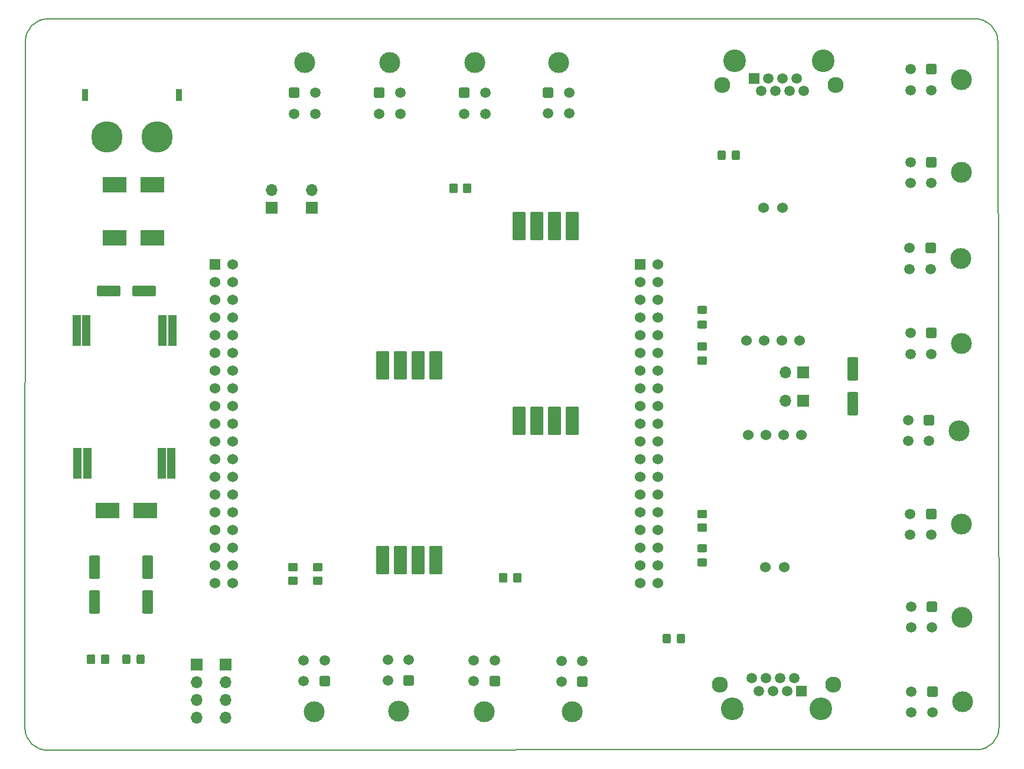
<source format=gts>
G04 #@! TF.GenerationSoftware,KiCad,Pcbnew,6.0.2-378541a8eb~116~ubuntu18.04.1*
G04 #@! TF.CreationDate,2022-02-21T15:29:05+08:00*
G04 #@! TF.ProjectId,Nucleo_F446_power_can_shield,4e75636c-656f-45f4-9634-34365f706f77,rev?*
G04 #@! TF.SameCoordinates,Original*
G04 #@! TF.FileFunction,Soldermask,Top*
G04 #@! TF.FilePolarity,Negative*
%FSLAX46Y46*%
G04 Gerber Fmt 4.6, Leading zero omitted, Abs format (unit mm)*
G04 Created by KiCad (PCBNEW 6.0.2-378541a8eb~116~ubuntu18.04.1) date 2022-02-21 15:29:05*
%MOMM*%
%LPD*%
G01*
G04 APERTURE LIST*
G04 Aperture macros list*
%AMRoundRect*
0 Rectangle with rounded corners*
0 $1 Rounding radius*
0 $2 $3 $4 $5 $6 $7 $8 $9 X,Y pos of 4 corners*
0 Add a 4 corners polygon primitive as box body*
4,1,4,$2,$3,$4,$5,$6,$7,$8,$9,$2,$3,0*
0 Add four circle primitives for the rounded corners*
1,1,$1+$1,$2,$3*
1,1,$1+$1,$4,$5*
1,1,$1+$1,$6,$7*
1,1,$1+$1,$8,$9*
0 Add four rect primitives between the rounded corners*
20,1,$1+$1,$2,$3,$4,$5,0*
20,1,$1+$1,$4,$5,$6,$7,0*
20,1,$1+$1,$6,$7,$8,$9,0*
20,1,$1+$1,$8,$9,$2,$3,0*%
G04 Aperture macros list end*
G04 #@! TA.AperFunction,Profile*
%ADD10C,0.150000*%
G04 #@! TD*
%ADD11R,3.500000X2.300000*%
%ADD12R,1.700000X1.700000*%
%ADD13O,1.700000X1.700000*%
%ADD14C,1.524000*%
%ADD15RoundRect,0.250000X0.450000X-0.325000X0.450000X0.325000X-0.450000X0.325000X-0.450000X-0.325000X0*%
%ADD16C,3.000000*%
%ADD17RoundRect,0.250001X-0.499999X0.499999X-0.499999X-0.499999X0.499999X-0.499999X0.499999X0.499999X0*%
%ADD18C,1.500000*%
%ADD19RoundRect,0.250001X0.499999X0.499999X-0.499999X0.499999X-0.499999X-0.499999X0.499999X-0.499999X0*%
%ADD20RoundRect,0.250000X-0.350000X-0.450000X0.350000X-0.450000X0.350000X0.450000X-0.350000X0.450000X0*%
%ADD21RoundRect,0.250000X-0.550000X1.412500X-0.550000X-1.412500X0.550000X-1.412500X0.550000X1.412500X0*%
%ADD22C,3.250000*%
%ADD23R,1.500000X1.500000*%
%ADD24C,2.300000*%
%ADD25RoundRect,0.250001X-0.499999X-0.499999X0.499999X-0.499999X0.499999X0.499999X-0.499999X0.499999X0*%
%ADD26RoundRect,0.050000X0.840000X-1.950000X0.840000X1.950000X-0.840000X1.950000X-0.840000X-1.950000X0*%
%ADD27RoundRect,0.250000X-1.412500X-0.550000X1.412500X-0.550000X1.412500X0.550000X-1.412500X0.550000X0*%
%ADD28RoundRect,0.250000X-0.450000X0.350000X-0.450000X-0.350000X0.450000X-0.350000X0.450000X0.350000X0*%
%ADD29R,1.308000X4.500000*%
%ADD30RoundRect,0.250000X0.325000X0.450000X-0.325000X0.450000X-0.325000X-0.450000X0.325000X-0.450000X0*%
%ADD31RoundRect,0.250000X0.450000X-0.350000X0.450000X0.350000X-0.450000X0.350000X-0.450000X-0.350000X0*%
%ADD32RoundRect,0.250000X-0.450000X0.325000X-0.450000X-0.325000X0.450000X-0.325000X0.450000X0.325000X0*%
%ADD33R,1.530000X1.530000*%
%ADD34C,1.530000*%
%ADD35R,0.900000X1.800000*%
%ADD36C,4.500000*%
%ADD37RoundRect,0.050000X-0.840000X1.950000X-0.840000X-1.950000X0.840000X-1.950000X0.840000X1.950000X0*%
G04 APERTURE END LIST*
D10*
X130176375Y-116702149D02*
G75*
G03*
X133454600Y-119877149I3176626J1D01*
G01*
X266656149Y-119823625D02*
G75*
G03*
X269831149Y-116545400I-1J3176626D01*
G01*
X266372400Y-14971000D02*
X133429000Y-14969375D01*
X269650625Y-18141851D02*
X269831149Y-116545400D01*
X133429000Y-14969375D02*
G75*
G03*
X130254000Y-18247600I1J-3176626D01*
G01*
X130176375Y-116702149D02*
X130254000Y-18247600D01*
X266656149Y-119823625D02*
X133454600Y-119877149D01*
X269650624Y-18141851D02*
G75*
G03*
X266372400Y-14971000I-3172609J0D01*
G01*
D11*
X142032000Y-85456000D03*
X147432000Y-85456000D03*
X148448000Y-38720000D03*
X143048000Y-38720000D03*
X143048000Y-46340000D03*
X148448000Y-46340000D03*
D12*
X154765000Y-107564000D03*
D13*
X154765000Y-110104000D03*
X154765000Y-112644000D03*
X154765000Y-115184000D03*
D14*
X233632000Y-61072000D03*
X236172000Y-61072000D03*
X238712000Y-61072000D03*
X241252000Y-61072000D03*
X236121200Y-42072800D03*
X238762800Y-42072800D03*
D15*
X227282000Y-92958000D03*
X227282000Y-90908000D03*
D16*
X264450000Y-37021000D03*
D17*
X260130000Y-35521000D03*
D18*
X260130000Y-38521000D03*
X257130000Y-35521000D03*
X257130000Y-38521000D03*
D16*
X171656000Y-114326000D03*
D19*
X173156000Y-110006000D03*
D18*
X170156000Y-110006000D03*
X173156000Y-107006000D03*
X170156000Y-107006000D03*
D16*
X264577000Y-112967000D03*
D17*
X260257000Y-111467000D03*
D18*
X260257000Y-114467000D03*
X257257000Y-111467000D03*
X257257000Y-114467000D03*
D20*
X191611000Y-39228000D03*
X193611000Y-39228000D03*
D12*
X241760000Y-65644000D03*
D13*
X239220000Y-65644000D03*
D21*
X248872000Y-65138500D03*
X248872000Y-70213500D03*
D22*
X244655600Y-20988800D03*
X231955600Y-20988800D03*
D23*
X234745600Y-23528800D03*
D18*
X235761600Y-25308800D03*
X236777600Y-23528800D03*
X237793600Y-25308800D03*
X238809600Y-23528800D03*
X239825600Y-25308800D03*
X240841600Y-23528800D03*
X241857600Y-25308800D03*
D24*
X230175600Y-24418800D03*
X246435600Y-24418800D03*
D16*
X264450000Y-23686000D03*
D17*
X260130000Y-22186000D03*
D18*
X260130000Y-25186000D03*
X257130000Y-22186000D03*
X257130000Y-25186000D03*
D16*
X170283000Y-21239000D03*
D25*
X168783000Y-25559000D03*
D18*
X171783000Y-25559000D03*
X168783000Y-28559000D03*
X171783000Y-28559000D03*
D26*
X200993000Y-72629000D03*
X203533000Y-72629000D03*
X206073000Y-72629000D03*
X208613000Y-72629000D03*
X200993000Y-44689000D03*
X203533000Y-44689000D03*
X206073000Y-44689000D03*
X208613000Y-44689000D03*
D27*
X142194500Y-53960000D03*
X147269500Y-53960000D03*
D16*
X264323000Y-49340000D03*
D17*
X260003000Y-47840000D03*
D18*
X260003000Y-50840000D03*
X257003000Y-47840000D03*
X257003000Y-50840000D03*
D28*
X168608000Y-93600000D03*
X168608000Y-95600000D03*
D29*
X137594250Y-59700000D03*
X149910250Y-59700000D03*
X138994250Y-59700000D03*
X151310250Y-59700000D03*
X137718250Y-78700000D03*
X149786250Y-78700000D03*
X139118250Y-78700000D03*
X151186250Y-78700000D03*
D30*
X232117000Y-34529000D03*
X230067000Y-34529000D03*
D31*
X227282000Y-63977000D03*
X227282000Y-61977000D03*
D16*
X264450000Y-61532000D03*
D17*
X260130000Y-60032000D03*
D18*
X260130000Y-63032000D03*
X257130000Y-60032000D03*
X257130000Y-63032000D03*
D16*
X183721000Y-114242000D03*
D19*
X185221000Y-109922000D03*
D18*
X182221000Y-109922000D03*
X185221000Y-106922000D03*
X182221000Y-106922000D03*
D32*
X227282000Y-56745000D03*
X227282000Y-58795000D03*
D12*
X171275000Y-42022000D03*
D13*
X171275000Y-39482000D03*
D16*
X194667000Y-21239000D03*
D25*
X193167000Y-25559000D03*
D18*
X196167000Y-25559000D03*
X193167000Y-28559000D03*
X196167000Y-28559000D03*
D33*
X157432000Y-50165000D03*
D34*
X159972000Y-50165000D03*
X157432000Y-52705000D03*
X159972000Y-52705000D03*
X157432000Y-55245000D03*
X159972000Y-55245000D03*
X157432000Y-57785000D03*
X159972000Y-57785000D03*
X157432000Y-60325000D03*
X159972000Y-60325000D03*
X157432000Y-62865000D03*
X159972000Y-62865000D03*
X157432000Y-65405000D03*
X159972000Y-65405000D03*
X157432000Y-67945000D03*
X159972000Y-67945000D03*
X157432000Y-70485000D03*
X159972000Y-70485000D03*
X157432000Y-73025000D03*
X159972000Y-73025000D03*
X157432000Y-75565000D03*
X159972000Y-75565000D03*
X157432000Y-78105000D03*
X159972000Y-78105000D03*
X157432000Y-80645000D03*
X159972000Y-80645000D03*
X157432000Y-83185000D03*
X159972000Y-83185000D03*
X157432000Y-85725000D03*
X159972000Y-85725000D03*
X157432000Y-88265000D03*
X159972000Y-88265000D03*
X157432000Y-90805000D03*
X159972000Y-90805000D03*
X157432000Y-93345000D03*
X159972000Y-93345000D03*
X157432000Y-95885000D03*
X159972000Y-95885000D03*
D33*
X218392000Y-50165000D03*
D34*
X220932000Y-50165000D03*
X218392000Y-52705000D03*
X220932000Y-52705000D03*
X218392000Y-55245000D03*
X220932000Y-55245000D03*
X218392000Y-57785000D03*
X220932000Y-57785000D03*
X218392000Y-60325000D03*
X220932000Y-60325000D03*
X218392000Y-62865000D03*
X220932000Y-62865000D03*
X218392000Y-65405000D03*
X220932000Y-65405000D03*
X218392000Y-67945000D03*
X220932000Y-67945000D03*
X218392000Y-70485000D03*
X220932000Y-70485000D03*
X218392000Y-73025000D03*
X220932000Y-73025000D03*
X218392000Y-75565000D03*
X220932000Y-75565000D03*
X218392000Y-78105000D03*
X220932000Y-78105000D03*
X218392000Y-80645000D03*
X220932000Y-80645000D03*
X218392000Y-83185000D03*
X220932000Y-83185000D03*
X218392000Y-85725000D03*
X220932000Y-85725000D03*
X218392000Y-88265000D03*
X220932000Y-88265000D03*
X218392000Y-90805000D03*
X220932000Y-90805000D03*
X218392000Y-93345000D03*
X220932000Y-93345000D03*
X218392000Y-95885000D03*
X220932000Y-95885000D03*
D12*
X241760000Y-69708000D03*
D13*
X239220000Y-69708000D03*
D28*
X227282000Y-85980000D03*
X227282000Y-87980000D03*
X172164000Y-93600000D03*
X172164000Y-95600000D03*
D16*
X208613000Y-114369000D03*
D19*
X210113000Y-110049000D03*
D18*
X207113000Y-110049000D03*
X210113000Y-107049000D03*
X207113000Y-107049000D03*
D14*
X241506000Y-74661000D03*
X238966000Y-74661000D03*
X236426000Y-74661000D03*
X233886000Y-74661000D03*
X239016800Y-93660200D03*
X236375200Y-93660200D03*
D21*
X147780000Y-93586500D03*
X147780000Y-98661500D03*
D16*
X196040000Y-114326000D03*
D19*
X197540000Y-110006000D03*
D18*
X194540000Y-110006000D03*
X197540000Y-107006000D03*
X194540000Y-107006000D03*
D16*
X206708000Y-21194000D03*
D25*
X205208000Y-25514000D03*
D18*
X208208000Y-25514000D03*
X205208000Y-28514000D03*
X208208000Y-28514000D03*
D12*
X165560000Y-42022000D03*
D13*
X165560000Y-39482000D03*
D20*
X198739000Y-95108000D03*
X200739000Y-95108000D03*
D12*
X158956000Y-107564000D03*
D13*
X158956000Y-110104000D03*
X158956000Y-112644000D03*
X158956000Y-115184000D03*
D30*
X146764000Y-106792000D03*
X144714000Y-106792000D03*
D16*
X264405000Y-87464000D03*
D17*
X260085000Y-85964000D03*
D18*
X260085000Y-88964000D03*
X257085000Y-85964000D03*
X257085000Y-88964000D03*
D22*
X231596000Y-113904000D03*
X244296000Y-113904000D03*
D23*
X241506000Y-111364000D03*
D18*
X240490000Y-109584000D03*
X239474000Y-111364000D03*
X238458000Y-109584000D03*
X237442000Y-111364000D03*
X236426000Y-109584000D03*
X235410000Y-111364000D03*
X234394000Y-109584000D03*
D24*
X229816000Y-110474000D03*
X246076000Y-110474000D03*
D35*
X138798000Y-25879000D03*
X152298000Y-25879000D03*
D36*
X141948000Y-31879000D03*
X149148000Y-31879000D03*
D30*
X224243000Y-103871000D03*
X222193000Y-103871000D03*
D16*
X182475000Y-21239000D03*
D25*
X180975000Y-25559000D03*
D18*
X183975000Y-25559000D03*
X180975000Y-28559000D03*
X183975000Y-28559000D03*
D16*
X264532000Y-100799000D03*
D17*
X260212000Y-99299000D03*
D18*
X260212000Y-102299000D03*
X257212000Y-99299000D03*
X257212000Y-102299000D03*
D20*
X139684000Y-106792000D03*
X141684000Y-106792000D03*
D16*
X264106000Y-74026000D03*
D17*
X259786000Y-72526000D03*
D18*
X259786000Y-75526000D03*
X256786000Y-72526000D03*
X256786000Y-75526000D03*
D37*
X189055000Y-64628000D03*
X186515000Y-64628000D03*
X183975000Y-64628000D03*
X181435000Y-64628000D03*
X189055000Y-92568000D03*
X186515000Y-92568000D03*
X183975000Y-92568000D03*
X181435000Y-92568000D03*
D21*
X140160000Y-93586500D03*
X140160000Y-98661500D03*
M02*

</source>
